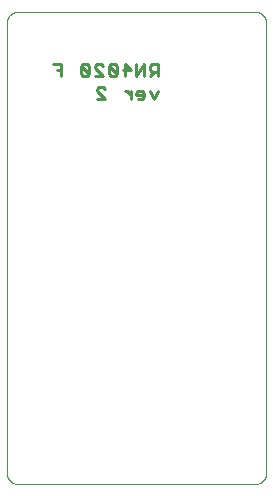
<source format=gbo>
G75*
%MOIN*%
%OFA0B0*%
%FSLAX25Y25*%
%IPPOS*%
%LPD*%
%AMOC8*
5,1,8,0,0,1.08239X$1,22.5*
%
%ADD10C,0.00000*%
%ADD11C,0.01000*%
D10*
X0007860Y0013611D02*
X0007860Y0163217D01*
X0007862Y0163341D01*
X0007868Y0163464D01*
X0007877Y0163588D01*
X0007891Y0163710D01*
X0007908Y0163833D01*
X0007930Y0163955D01*
X0007955Y0164076D01*
X0007984Y0164196D01*
X0008016Y0164315D01*
X0008053Y0164434D01*
X0008093Y0164551D01*
X0008136Y0164666D01*
X0008184Y0164781D01*
X0008235Y0164893D01*
X0008289Y0165004D01*
X0008347Y0165114D01*
X0008408Y0165221D01*
X0008473Y0165327D01*
X0008541Y0165430D01*
X0008612Y0165531D01*
X0008686Y0165630D01*
X0008763Y0165727D01*
X0008844Y0165821D01*
X0008927Y0165912D01*
X0009013Y0166001D01*
X0009102Y0166087D01*
X0009193Y0166170D01*
X0009287Y0166251D01*
X0009384Y0166328D01*
X0009483Y0166402D01*
X0009584Y0166473D01*
X0009687Y0166541D01*
X0009793Y0166606D01*
X0009900Y0166667D01*
X0010010Y0166725D01*
X0010121Y0166779D01*
X0010233Y0166830D01*
X0010348Y0166878D01*
X0010463Y0166921D01*
X0010580Y0166961D01*
X0010699Y0166998D01*
X0010818Y0167030D01*
X0010938Y0167059D01*
X0011059Y0167084D01*
X0011181Y0167106D01*
X0011304Y0167123D01*
X0011426Y0167137D01*
X0011550Y0167146D01*
X0011673Y0167152D01*
X0011797Y0167154D01*
X0090537Y0167154D01*
X0090661Y0167152D01*
X0090784Y0167146D01*
X0090908Y0167137D01*
X0091030Y0167123D01*
X0091153Y0167106D01*
X0091275Y0167084D01*
X0091396Y0167059D01*
X0091516Y0167030D01*
X0091635Y0166998D01*
X0091754Y0166961D01*
X0091871Y0166921D01*
X0091986Y0166878D01*
X0092101Y0166830D01*
X0092213Y0166779D01*
X0092324Y0166725D01*
X0092434Y0166667D01*
X0092541Y0166606D01*
X0092647Y0166541D01*
X0092750Y0166473D01*
X0092851Y0166402D01*
X0092950Y0166328D01*
X0093047Y0166251D01*
X0093141Y0166170D01*
X0093232Y0166087D01*
X0093321Y0166001D01*
X0093407Y0165912D01*
X0093490Y0165821D01*
X0093571Y0165727D01*
X0093648Y0165630D01*
X0093722Y0165531D01*
X0093793Y0165430D01*
X0093861Y0165327D01*
X0093926Y0165221D01*
X0093987Y0165114D01*
X0094045Y0165004D01*
X0094099Y0164893D01*
X0094150Y0164781D01*
X0094198Y0164666D01*
X0094241Y0164551D01*
X0094281Y0164434D01*
X0094318Y0164315D01*
X0094350Y0164196D01*
X0094379Y0164076D01*
X0094404Y0163955D01*
X0094426Y0163833D01*
X0094443Y0163710D01*
X0094457Y0163588D01*
X0094466Y0163464D01*
X0094472Y0163341D01*
X0094474Y0163217D01*
X0094474Y0013611D01*
X0094472Y0013487D01*
X0094466Y0013364D01*
X0094457Y0013240D01*
X0094443Y0013118D01*
X0094426Y0012995D01*
X0094404Y0012873D01*
X0094379Y0012752D01*
X0094350Y0012632D01*
X0094318Y0012513D01*
X0094281Y0012394D01*
X0094241Y0012277D01*
X0094198Y0012162D01*
X0094150Y0012047D01*
X0094099Y0011935D01*
X0094045Y0011824D01*
X0093987Y0011714D01*
X0093926Y0011607D01*
X0093861Y0011501D01*
X0093793Y0011398D01*
X0093722Y0011297D01*
X0093648Y0011198D01*
X0093571Y0011101D01*
X0093490Y0011007D01*
X0093407Y0010916D01*
X0093321Y0010827D01*
X0093232Y0010741D01*
X0093141Y0010658D01*
X0093047Y0010577D01*
X0092950Y0010500D01*
X0092851Y0010426D01*
X0092750Y0010355D01*
X0092647Y0010287D01*
X0092541Y0010222D01*
X0092434Y0010161D01*
X0092324Y0010103D01*
X0092213Y0010049D01*
X0092101Y0009998D01*
X0091986Y0009950D01*
X0091871Y0009907D01*
X0091754Y0009867D01*
X0091635Y0009830D01*
X0091516Y0009798D01*
X0091396Y0009769D01*
X0091275Y0009744D01*
X0091153Y0009722D01*
X0091030Y0009705D01*
X0090908Y0009691D01*
X0090784Y0009682D01*
X0090661Y0009676D01*
X0090537Y0009674D01*
X0011797Y0009674D01*
X0011673Y0009676D01*
X0011550Y0009682D01*
X0011426Y0009691D01*
X0011304Y0009705D01*
X0011181Y0009722D01*
X0011059Y0009744D01*
X0010938Y0009769D01*
X0010818Y0009798D01*
X0010699Y0009830D01*
X0010580Y0009867D01*
X0010463Y0009907D01*
X0010348Y0009950D01*
X0010233Y0009998D01*
X0010121Y0010049D01*
X0010010Y0010103D01*
X0009900Y0010161D01*
X0009793Y0010222D01*
X0009687Y0010287D01*
X0009584Y0010355D01*
X0009483Y0010426D01*
X0009384Y0010500D01*
X0009287Y0010577D01*
X0009193Y0010658D01*
X0009102Y0010741D01*
X0009013Y0010827D01*
X0008927Y0010916D01*
X0008844Y0011007D01*
X0008763Y0011101D01*
X0008686Y0011198D01*
X0008612Y0011297D01*
X0008541Y0011398D01*
X0008473Y0011501D01*
X0008408Y0011607D01*
X0008347Y0011714D01*
X0008289Y0011824D01*
X0008235Y0011935D01*
X0008184Y0012047D01*
X0008136Y0012162D01*
X0008093Y0012277D01*
X0008053Y0012394D01*
X0008016Y0012513D01*
X0007984Y0012632D01*
X0007955Y0012752D01*
X0007930Y0012873D01*
X0007908Y0012995D01*
X0007891Y0013118D01*
X0007877Y0013240D01*
X0007868Y0013364D01*
X0007862Y0013487D01*
X0007860Y0013611D01*
D11*
X0038097Y0138103D02*
X0040766Y0138103D01*
X0038097Y0140772D01*
X0038097Y0141439D01*
X0038765Y0142107D01*
X0040099Y0142107D01*
X0040766Y0141439D01*
X0039999Y0145603D02*
X0037330Y0145603D01*
X0039999Y0145603D02*
X0037330Y0148272D01*
X0037330Y0148939D01*
X0037997Y0149607D01*
X0039332Y0149607D01*
X0039999Y0148939D01*
X0041934Y0148939D02*
X0041934Y0146270D01*
X0042601Y0145603D01*
X0043936Y0145603D01*
X0044603Y0146270D01*
X0041934Y0148939D01*
X0042601Y0149607D01*
X0043936Y0149607D01*
X0044603Y0148939D01*
X0044603Y0146270D01*
X0046538Y0147605D02*
X0049207Y0147605D01*
X0047205Y0149607D01*
X0047205Y0145603D01*
X0047205Y0140772D02*
X0047872Y0140772D01*
X0049207Y0139438D01*
X0049207Y0140772D02*
X0049207Y0138103D01*
X0051142Y0139438D02*
X0053811Y0139438D01*
X0053811Y0140105D02*
X0053811Y0138770D01*
X0053144Y0138103D01*
X0051809Y0138103D01*
X0051142Y0139438D02*
X0051142Y0140105D01*
X0051809Y0140772D01*
X0053144Y0140772D01*
X0053811Y0140105D01*
X0055746Y0140772D02*
X0057080Y0138103D01*
X0058415Y0140772D01*
X0058415Y0145603D02*
X0058415Y0149607D01*
X0056413Y0149607D01*
X0055746Y0148939D01*
X0055746Y0147605D01*
X0056413Y0146938D01*
X0058415Y0146938D01*
X0057080Y0146938D02*
X0055746Y0145603D01*
X0053811Y0145603D02*
X0053811Y0149607D01*
X0051142Y0145603D01*
X0051142Y0149607D01*
X0035395Y0148939D02*
X0035395Y0146270D01*
X0032726Y0148939D01*
X0032726Y0146270D01*
X0033393Y0145603D01*
X0034728Y0145603D01*
X0035395Y0146270D01*
X0035395Y0148939D02*
X0034728Y0149607D01*
X0033393Y0149607D01*
X0032726Y0148939D01*
X0026187Y0149607D02*
X0026187Y0145603D01*
X0026187Y0147605D02*
X0024853Y0147605D01*
X0026187Y0149607D02*
X0023518Y0149607D01*
M02*

</source>
